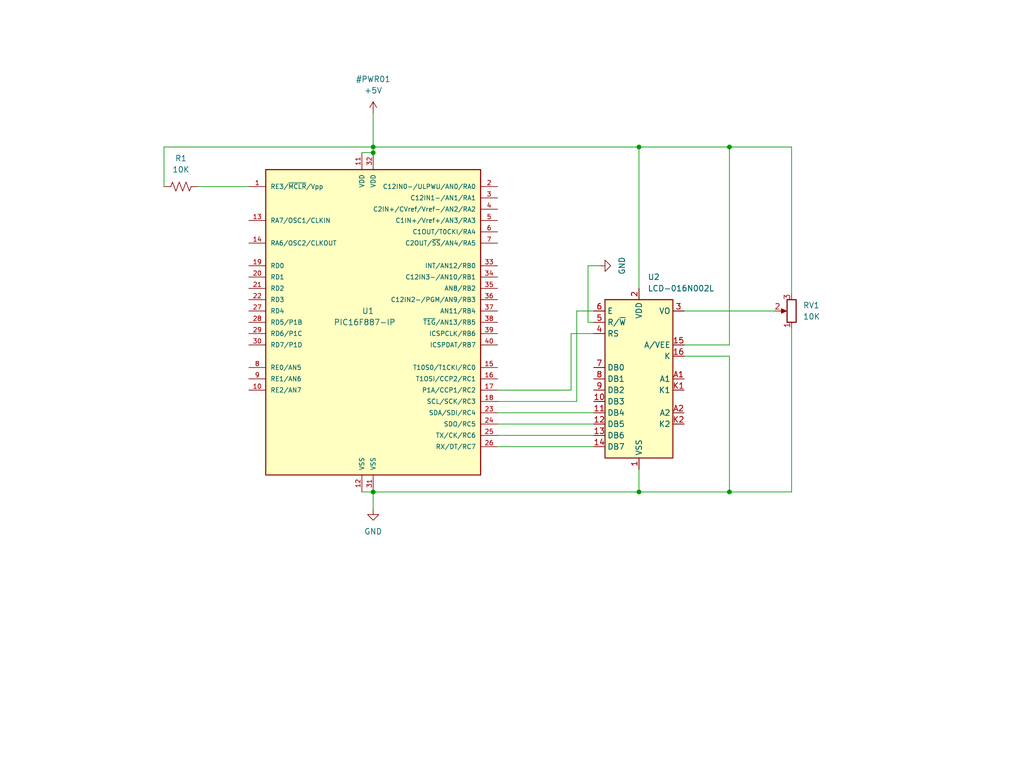
<source format=kicad_sch>
(kicad_sch (version 20230121) (generator eeschema)
  (paper "User" 229.997 170.002)
  (title_block (title "PIC16F887 with MQ-2 GAS SENSOR  and LCD16x2") (company "Ricardo Lima Caratti"))
  (lib_symbols
    (symbol "Device:R_Potentiometer" (pin_names (offset 1.016) hide)
      (property "Reference" "RV" (at -4.445 0 90))
      (property "Value" "R_Potentiometer" (at -2.54 0 90))
      (symbol "R_Potentiometer_0_1"
        (polyline (pts (xy 2.54 0) (xy 1.524 0)))
        (polyline (pts (xy 1.143 0) (xy 2.286 0.508) (xy 2.286 -0.508) (xy 1.143 0)) (fill (type outline)))
        (rectangle (start 1.016 2.54) (end -1.016 -2.54) (stroke (width 0.254)))
      )
      (symbol "R_Potentiometer_1_1"
        (pin passive line (at 0 3.81 270) (length 1.27) (name "1") (number "1"))
        (pin passive line (at 3.81 0 180) (length 1.27) (name "2") (number "2"))
        (pin passive line (at 0 -3.81 90) (length 1.27) (name "3") (number "3"))
      )
    )
    (symbol "Device:R_US" (pin_numbers hide) (pin_names (offset 0))
      (property "Reference" "R" (at 2.54 0 90))
      (property "Value" "R_US" (at -2.54 0 90))
      (symbol "R_US_0_1"
        (polyline (pts (xy 0 -2.286) (xy 0 -2.54)))
        (polyline (pts (xy 0 2.286) (xy 0 2.54)))
        (polyline (pts (xy 0 -0.762) (xy 1.016 -1.143) (xy 0 -1.524) (xy -1.016 -1.905) (xy 0 -2.286)))
        (polyline (pts (xy 0 0.762) (xy 1.016 0.381) (xy 0 0) (xy -1.016 -0.381) (xy 0 -0.762)))
        (polyline (pts (xy 0 2.286) (xy 1.016 1.905) (xy 0 1.524) (xy -1.016 1.143) (xy 0 0.762)))
      )
      (symbol "R_US_1_1"
        (pin passive line (at 0 3.81 270) (length 1.27) (name "~") (number "1"))
        (pin passive line (at 0 -3.81 90) (length 1.27) (name "~") (number "2"))
      )
    )
    (symbol "Display_Character:LCD-016N002L"
      (property "Reference" "U" (at -6.35 18.796 0))
      (property "Value" "LCD-016N002L" (at 8.636 18.796 0))
      (symbol "LCD-016N002L_1_1"
        (rectangle (start -7.62 17.78) (end 7.62 -17.78) (stroke (width 0.254)) (fill (type background)))
        (pin power_in line (at 0 -20.32 90) (length 2.54) (name "VSS") (number "1"))
        (pin bidirectional line (at -10.16 -5.08 0) (length 2.54) (name "DB3") (number "10"))
        (pin bidirectional line (at -10.16 -7.62 0) (length 2.54) (name "DB4") (number "11"))
        (pin bidirectional line (at -10.16 -10.16 0) (length 2.54) (name "DB5") (number "12"))
        (pin bidirectional line (at -10.16 -12.7 0) (length 2.54) (name "DB6") (number "13"))
        (pin bidirectional line (at -10.16 -15.24 0) (length 2.54) (name "DB7") (number "14"))
        (pin power_in line (at 10.16 7.62 180) (length 2.54) (name "A/VEE") (number "15"))
        (pin power_in line (at 10.16 5.08 180) (length 2.54) (name "K") (number "16"))
        (pin power_in line (at 0 20.32 270) (length 2.54) (name "VDD") (number "2"))
        (pin input line (at 10.16 15.24 180) (length 2.54) (name "VO") (number "3"))
        (pin input line (at -10.16 10.16 0) (length 2.54) (name "RS") (number "4"))
        (pin input line (at -10.16 12.7 0) (length 2.54) (name "R/~{W}") (number "5"))
        (pin input line (at -10.16 15.24 0) (length 2.54) (name "E") (number "6"))
        (pin bidirectional line (at -10.16 2.54 0) (length 2.54) (name "DB0") (number "7"))
        (pin bidirectional line (at -10.16 0 0) (length 2.54) (name "DB1") (number "8"))
        (pin bidirectional line (at -10.16 -2.54 0) (length 2.54) (name "DB2") (number "9"))
        (pin power_in line (at 10.16 0 180) (length 2.54) (name "A1") (number "A1"))
        (pin power_in line (at 10.16 -7.62 180) (length 2.54) (name "A2") (number "A2"))
        (pin power_in line (at 10.16 -2.54 180) (length 2.54) (name "K1") (number "K1"))
        (pin power_in line (at 10.16 -10.16 180) (length 2.54) (name "K2") (number "K2"))
      )
    )
    (symbol "MCU_Microchip_PIC16:PIC16F887-IP" (pin_names (offset 1.016))
      (property "Reference" "U" (at 6.35 38.1 0))
      (property "Value" "PIC16F887-IP" (at 6.35 35.56 0))
      (symbol "PIC16F887-IP_0_1"
        (rectangle (start -24.13 -34.29) (end 24.13 34.29) (stroke (width 0.254)) (fill (type background)))
      )
      (symbol "PIC16F887-IP_1_1"
        (pin input line (at -27.94 30.48 0) (length 3.81) (name "RE3/~{MCLR}/Vpp") (number "1"))
        (pin bidirectional line (at -27.94 -15.24 0) (length 3.81) (name "RE2/AN7") (number "10"))
        (pin power_in line (at -2.54 38.1 270) (length 3.81) (name "VDD") (number "11"))
        (pin power_in line (at -2.54 -38.1 90) (length 3.81) (name "VSS") (number "12"))
        (pin bidirectional line (at -27.94 22.86 0) (length 3.81) (name "RA7/OSC1/CLKIN") (number "13"))
        (pin bidirectional line (at -27.94 17.78 0) (length 3.81) (name "RA6/OSC2/CLKOUT") (number "14"))
        (pin bidirectional line (at 27.94 -10.16 180) (length 3.81) (name "T10S0/T1CKI/RC0") (number "15"))
        (pin bidirectional line (at 27.94 -12.7 180) (length 3.81) (name "T1OSI/CCP2/RC1") (number "16"))
        (pin bidirectional line (at 27.94 -15.24 180) (length 3.81) (name "P1A/CCP1/RC2") (number "17"))
        (pin bidirectional line (at 27.94 -17.78 180) (length 3.81) (name "SCL/SCK/RC3") (number "18"))
        (pin bidirectional line (at -27.94 12.7 0) (length 3.81) (name "RD0") (number "19"))
        (pin bidirectional line (at 27.94 30.48 180) (length 3.81) (name "C12IN0-/ULPWU/AN0/RA0") (number "2"))
        (pin bidirectional line (at -27.94 10.16 0) (length 3.81) (name "RD1") (number "20"))
        (pin bidirectional line (at -27.94 7.62 0) (length 3.81) (name "RD2") (number "21"))
        (pin bidirectional line (at -27.94 5.08 0) (length 3.81) (name "RD3") (number "22"))
        (pin bidirectional line (at 27.94 -20.32 180) (length 3.81) (name "SDA/SDI/RC4") (number "23"))
        (pin bidirectional line (at 27.94 -22.86 180) (length 3.81) (name "SDO/RC5") (number "24"))
        (pin bidirectional line (at 27.94 -25.4 180) (length 3.81) (name "TX/CK/RC6") (number "25"))
        (pin bidirectional line (at 27.94 -27.94 180) (length 3.81) (name "RX/DT/RC7") (number "26"))
        (pin bidirectional line (at -27.94 2.54 0) (length 3.81) (name "RD4") (number "27"))
        (pin bidirectional line (at -27.94 0 0) (length 3.81) (name "RD5/P1B") (number "28"))
        (pin bidirectional line (at -27.94 -2.54 0) (length 3.81) (name "RD6/P1C") (number "29"))
        (pin bidirectional line (at 27.94 27.94 180) (length 3.81) (name "C12IN1-/AN1/RA1") (number "3"))
        (pin bidirectional line (at -27.94 -5.08 0) (length 3.81) (name "RD7/P1D") (number "30"))
        (pin power_in line (at 0 -38.1 90) (length 3.81) (name "VSS") (number "31"))
        (pin power_in line (at 0 38.1 270) (length 3.81) (name "VDD") (number "32"))
        (pin bidirectional line (at 27.94 12.7 180) (length 3.81) (name "INT/AN12/RB0") (number "33"))
        (pin bidirectional line (at 27.94 10.16 180) (length 3.81) (name "C12IN3-/AN10/RB1") (number "34"))
        (pin bidirectional line (at 27.94 7.62 180) (length 3.81) (name "AN8/RB2") (number "35"))
        (pin bidirectional line (at 27.94 5.08 180) (length 3.81) (name "C12IN2-/PGM/AN9/RB3") (number "36"))
        (pin bidirectional line (at 27.94 2.54 180) (length 3.81) (name "AN11/RB4") (number "37"))
        (pin bidirectional line (at 27.94 0 180) (length 3.81) (name "~{T1G}/AN13/RB5") (number "38"))
        (pin bidirectional line (at 27.94 -2.54 180) (length 3.81) (name "ICSPCLK/RB6") (number "39"))
        (pin bidirectional line (at 27.94 25.4 180) (length 3.81) (name "C2IN+/CVref/Vref-/AN2/RA2") (number "4"))
        (pin bidirectional line (at 27.94 -5.08 180) (length 3.81) (name "ICSPDAT/RB7") (number "40"))
        (pin bidirectional line (at 27.94 22.86 180) (length 3.81) (name "C1IN+/Vref+/AN3/RA3") (number "5"))
        (pin bidirectional line (at 27.94 20.32 180) (length 3.81) (name "C1OUT/T0CKI/RA4") (number "6"))
        (pin bidirectional line (at 27.94 17.78 180) (length 3.81) (name "C2OUT/~{SS}/AN4/RA5") (number "7"))
        (pin bidirectional line (at -27.94 -10.16 0) (length 3.81) (name "RE0/AN5") (number "8"))
        (pin bidirectional line (at -27.94 -12.7 0) (length 3.81) (name "RE1/AN6") (number "9"))
      )
    )
    (symbol "power:+5V" (power) (pin_names (offset 0))
      (property "Value" "+5V" (at 0 3.556 0))
      (symbol "+5V_0_1"
        (polyline (pts (xy -0.762 1.27) (xy 0 2.54)))
        (polyline (pts (xy 0 0) (xy 0 2.54)))
        (polyline (pts (xy 0 2.54) (xy 0.762 1.27)))
      )
      (symbol "+5V_1_1"
        (pin power_in line (at 0 0 90) (length 0) hide (name "+5V") (number "1"))
      )
    )
    (symbol "power:GND" (power) (pin_names (offset 0))
      (property "Value" "GND" (at 0 -3.81 0))
      (symbol "GND_0_1"
        (polyline (pts (xy 0 0) (xy 0 -1.27) (xy 1.27 -1.27) (xy 0 -2.54) (xy -1.27 -1.27) (xy 0 -1.27)))
      )
      (symbol "GND_1_1"
        (pin power_in line (at 0 0 270) (length 0) hide (name "GND") (number "1"))
      )
    )
  )
  (junction (at 163.83 110.49))
  (junction (at 83.82 110.49))
  (junction (at 83.82 34.29))
  (junction (at 83.82 33.02))
  (junction (at 163.83 33.02))
  (junction (at 143.51 33.02))
  (junction (at 143.51 110.49))
  (wire (pts (xy 153.67 80.01) (xy 163.83 80.01)))
  (wire (pts (xy 111.76 95.25) (xy 133.35 95.25)))
  (wire (pts (xy 133.35 72.39) (xy 132.08 72.39)))
  (wire (pts (xy 163.83 110.49) (xy 177.8 110.49)))
  (wire (pts (xy 111.76 90.17) (xy 129.54 90.17)))
  (wire (pts (xy 81.28 34.29) (xy 83.82 34.29)))
  (wire (pts (xy 163.83 33.02) (xy 163.83 77.47)))
  (wire (pts (xy 128.27 74.93) (xy 133.35 74.93)))
  (wire (pts (xy 36.83 33.02) (xy 83.82 33.02)))
  (wire (pts (xy 177.8 73.66) (xy 177.8 110.49)))
  (wire (pts (xy 143.51 105.41) (xy 143.51 110.49)))
  (wire (pts (xy 143.51 64.77) (xy 143.51 33.02)))
  (wire (pts (xy 111.76 92.71) (xy 133.35 92.71)))
  (wire (pts (xy 177.8 66.04) (xy 177.8 33.02)))
  (wire (pts (xy 83.82 33.02) (xy 83.82 34.29)))
  (wire (pts (xy 111.76 87.63) (xy 128.27 87.63)))
  (wire (pts (xy 111.76 97.79) (xy 133.35 97.79)))
  (wire (pts (xy 163.83 80.01) (xy 163.83 110.49)))
  (wire (pts (xy 132.08 59.69) (xy 134.62 59.69)))
  (wire (pts (xy 44.45 41.91) (xy 55.88 41.91)))
  (wire (pts (xy 83.82 110.49) (xy 83.82 114.3)))
  (wire (pts (xy 81.28 110.49) (xy 83.82 110.49)))
  (wire (pts (xy 132.08 59.69) (xy 132.08 72.39)))
  (wire (pts (xy 128.27 87.63) (xy 128.27 74.93)))
  (wire (pts (xy 153.67 77.47) (xy 163.83 77.47)))
  (wire (pts (xy 143.51 33.02) (xy 163.83 33.02)))
  (wire (pts (xy 129.54 90.17) (xy 129.54 69.85)))
  (wire (pts (xy 83.82 25.4) (xy 83.82 33.02)))
  (wire (pts (xy 111.76 100.33) (xy 133.35 100.33)))
  (wire (pts (xy 143.51 110.49) (xy 163.83 110.49)))
  (wire (pts (xy 83.82 110.49) (xy 143.51 110.49)))
  (wire (pts (xy 153.67 69.85) (xy 173.99 69.85)))
  (wire (pts (xy 129.54 69.85) (xy 133.35 69.85)))
  (wire (pts (xy 163.83 33.02) (xy 177.8 33.02)))
  (wire (pts (xy 83.82 33.02) (xy 143.51 33.02)))
  (wire (pts (xy 36.83 41.91) (xy 36.83 33.02)))
  (symbol (lib_id "Display_Character:LCD-016N002L") (at 143.51 85.09 0) (unit 1)
    (property "Reference" "U2" (at 145.4659 62.23 0) (effects (justify left)))
    (property "Value" "LCD-016N002L" (at 145.4659 64.77 0) (effects (justify left)))
    (property "Footprint" "Display:LCD-016N002L" (effects hide))
    (property "Datasheet" "http://www.vishay.com/docs/37299/37299.pdf" (effects hide))
  )
  (symbol (lib_id "Device:R_US") (at 40.64 41.91 90) (unit 1)
    (property "Reference" "R1" (at 40.64 35.56 90))
    (property "Value" "10K" (at 40.64 38.1 90))
  )
  (symbol (lib_id "power:GND") (at 83.82 114.3 0) (unit 1)
    (property "Reference" "#PWR03" (effects hide))
    (property "Value" "GND" (at 83.82 119.38 0))
  )
  (symbol (lib_id "MCU_Microchip_PIC16:PIC16F887-IP") (at 83.82 72.39 0) (unit 1)
    (property "Reference" "U1" (at 81.28 69.85 0) (effects (justify left)))
    (property "Value" "PIC16F887-IP" (at 74.93 72.39 0) (effects (justify left)))
    (property "Datasheet" "http://ww1.microchip.com/downloads/en/DeviceDoc/41291D.pdf" (effects hide))
  )
  (symbol (lib_id "power:+5V") (at 83.82 25.4 0) (unit 1)
    (property "Reference" "#PWR01" (at 83.82 17.78 0))
    (property "Value" "+5V" (at 83.82 20.32 0))
  )
  (symbol (lib_id "power:GND") (at 134.62 59.69 90) (unit 1)
    (property "Reference" "#PWR02" (effects hide))
    (property "Value" "GND" (at 139.7 59.69 0))
  )
  (symbol (lib_id "Device:R_Potentiometer") (at 177.8 69.85 180) (unit 1)
    (property "Reference" "RV1" (at 180.34 68.58 0) (effects (justify right)))
    (property "Value" "10K" (at 180.34 71.12 0) (effects (justify right)))
  )
)
</source>
